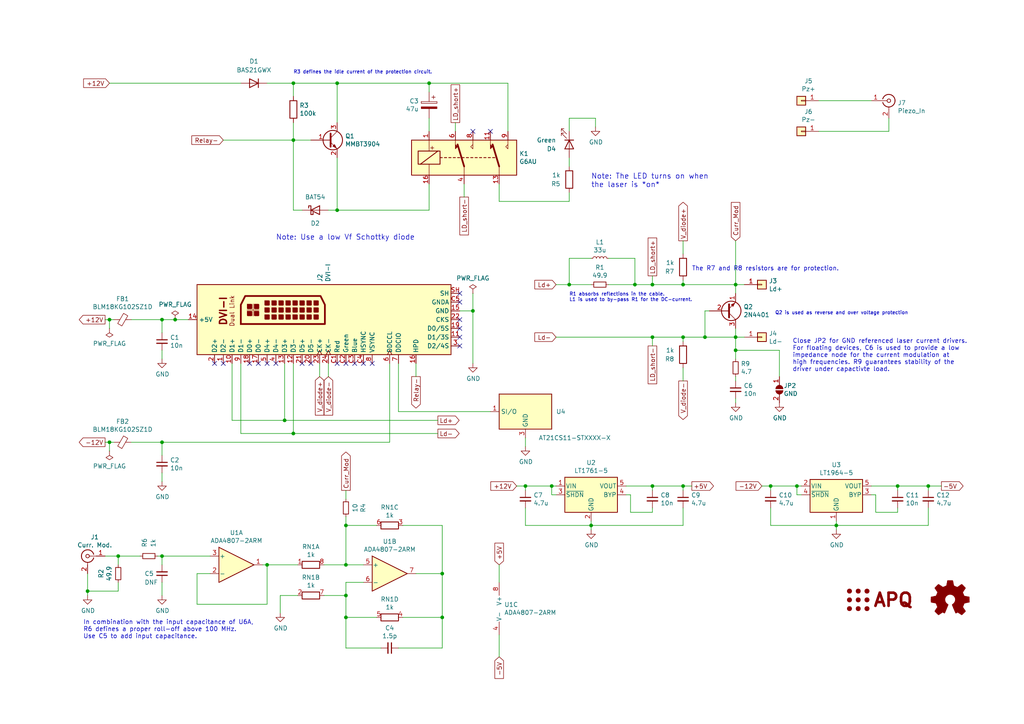
<source format=kicad_sch>
(kicad_sch (version 20211123) (generator eeschema)
  (paper "A4")
  (title_block (title "Laser Backplane Diode DVI") (date "2021-12-16") (rev "1.7") (company "APQ") (comment 1 "Tilman Preuschoff & Patrick Baus"))
  (lib_symbols
    (symbol "Amplifier_Operational:ADA4807-2ARM" (pin_names (offset 0.127))
      (property "Reference" "U" (at 0 5.08 0))
      (property "Value" "ADA4807-2ARM" (at 0 -5.08 0))
      (symbol "ADA4807-2ARM_1_1"
        (pin output line (at 7.62 0 180) (length 2.54) (name "~") (number "1"))
        (pin input line (at -7.62 -2.54 0) (length 2.54) (name "-") (number "2"))
        (pin input line (at -7.62 2.54 0) (length 2.54) (name "+") (number "3"))
      )
      (symbol "ADA4807-2ARM_2_1"
        (pin input line (at -7.62 2.54 0) (length 2.54) (name "+") (number "5"))
        (pin input line (at -7.62 -2.54 0) (length 2.54) (name "-") (number "6"))
        (pin output line (at 7.62 0 180) (length 2.54) (name "~") (number "7"))
      )
      (symbol "ADA4807-2ARM_3_1"
        (pin power_in line (at -2.54 -7.62 90) (length 3.81) (name "V-") (number "4"))
        (pin power_in line (at -2.54 7.62 270) (length 3.81) (name "V+") (number "8"))
      )
    )
    (symbol "Connector:Conn_Coaxial" (pin_names (offset 1.016) hide)
      (property "Reference" "J" (at 0.254 3.048 0))
      (property "Value" "Conn_Coaxial" (at 2.921 0 90))
      (symbol "Conn_Coaxial_1_1"
        (pin passive line (at -5.08 0 0) (length 2.54) (name "In") (number "1"))
        (pin passive line (at 0 -5.08 90) (length 2.54) (name "Ext") (number "2"))
      )
    )
    (symbol "Connector_Generic:Conn_01x01" (pin_names (offset 1.016) hide)
      (property "Reference" "J" (at 0 2.54 0))
      (property "Value" "Conn_01x01" (at 0 -2.54 0))
      (symbol "Conn_01x01_1_1"
        (pin passive line (at -5.08 0 0) (length 3.81) (name "Pin_1") (number "1"))
      )
    )
    (symbol "Custom_logos:Logo_APQ" (pin_names (offset 1.016))
      (symbol "Logo_APQ_0_0"
        (text "APQ" (at 17.78 0 0) (effects (font (size 3.81 3.81) bold)))
      )
    )
    (symbol "Device:C_Polarized" (pin_numbers hide) (pin_names (offset 0.254))
      (property "Reference" "C" (at 0.635 2.54 0))
      (property "Value" "C_Polarized" (at 0.635 -2.54 0))
      (symbol "C_Polarized_1_1"
        (pin passive line (at 0 3.81 270) (length 2.794) (name "~") (number "1"))
        (pin passive line (at 0 -3.81 90) (length 2.794) (name "~") (number "2"))
      )
    )
    (symbol "Device:C_Small" (pin_numbers hide) (pin_names (offset 0.254) hide)
      (property "Reference" "C" (at 0.254 1.778 0))
      (property "Value" "C_Small" (at 0.254 -2.032 0))
      (symbol "C_Small_1_1"
        (pin passive line (at 0 2.54 270) (length 2.032) (name "~") (number "1"))
        (pin passive line (at 0 -2.54 90) (length 2.032) (name "~") (number "2"))
      )
    )
    (symbol "Device:D" (pin_numbers hide) (pin_names (offset 1.016) hide)
      (property "Reference" "D" (at 0 2.54 0))
      (property "Value" "D" (at 0 -2.54 0))
      (symbol "D_1_1"
        (pin passive line (at -3.81 0 0) (length 2.54) (name "K") (number "1"))
        (pin passive line (at 3.81 0 180) (length 2.54) (name "A") (number "2"))
      )
    )
    (symbol "Device:D_Schottky" (pin_numbers hide) (pin_names (offset 1.016) hide)
      (property "Reference" "D" (at 0 2.54 0))
      (property "Value" "D_Schottky" (at 0 -2.54 0))
      (symbol "D_Schottky_1_1"
        (pin passive line (at -3.81 0 0) (length 2.54) (name "K") (number "1"))
        (pin passive line (at 3.81 0 180) (length 2.54) (name "A") (number "2"))
      )
    )
    (symbol "Device:FerriteBead_Small" (pin_numbers hide) (pin_names (offset 0))
      (property "Reference" "FB" (at 1.905 1.27 0))
      (property "Value" "FerriteBead_Small" (at 1.905 -1.27 0))
      (symbol "FerriteBead_Small_1_1"
        (pin passive line (at 0 2.54 270) (length 1.27) (name "~") (number "1"))
        (pin passive line (at 0 -2.54 90) (length 1.27) (name "~") (number "2"))
      )
    )
    (symbol "Device:LED" (pin_numbers hide) (pin_names (offset 1.016) hide)
      (property "Reference" "D" (at 0 2.54 0))
      (property "Value" "LED" (at 0 -2.54 0))
      (symbol "LED_1_1"
        (pin passive line (at -3.81 0 0) (length 2.54) (name "K") (number "1"))
        (pin passive line (at 3.81 0 180) (length 2.54) (name "A") (number "2"))
      )
    )
    (symbol "Device:L_Small" (pin_numbers hide) (pin_names (offset 0.254) hide)
      (property "Reference" "L" (at 0.762 1.016 0))
      (property "Value" "L_Small" (at 0.762 -1.016 0))
      (symbol "L_Small_1_1"
        (pin passive line (at 0 2.54 270) (length 0.508) (name "~") (number "1"))
        (pin passive line (at 0 -2.54 90) (length 0.508) (name "~") (number "2"))
      )
    )
    (symbol "Device:Q_NPN_EBC" (pin_names (offset 0) hide)
      (property "Reference" "Q" (at 5.08 1.27 0))
      (property "Value" "Q_NPN_EBC" (at 5.08 -1.27 0))
      (symbol "Q_NPN_EBC_1_1"
        (pin passive line (at 2.54 -5.08 90) (length 2.54) (name "E") (number "1"))
        (pin passive line (at -5.08 0 0) (length 5.715) (name "B") (number "2"))
        (pin passive line (at 2.54 5.08 270) (length 2.54) (name "C") (number "3"))
      )
    )
    (symbol "Device:R" (pin_numbers hide) (pin_names (offset 0))
      (property "Reference" "R" (at 2.032 0 90))
      (property "Value" "R" (at 0 0 90))
      (symbol "R_1_1"
        (pin passive line (at 0 3.81 270) (length 1.27) (name "~") (number "1"))
        (pin passive line (at 0 -3.81 90) (length 1.27) (name "~") (number "2"))
      )
    )
    (symbol "Device:R_Pack04_Split" (pin_names (offset 0) hide)
      (property "Reference" "RN" (at 2.032 0 90))
      (property "Value" "R_Pack04_Split" (at 0 0 90))
      (symbol "R_Pack04_Split_1_1"
        (pin passive line (at 0 -3.81 90) (length 1.27) (name "R1.1") (number "1"))
        (pin passive line (at 0 3.81 270) (length 1.27) (name "R1.2") (number "8"))
      )
      (symbol "R_Pack04_Split_2_1"
        (pin passive line (at 0 -3.81 90) (length 1.27) (name "R2.1") (number "2"))
        (pin passive line (at 0 3.81 270) (length 1.27) (name "R2.2") (number "7"))
      )
      (symbol "R_Pack04_Split_3_1"
        (pin passive line (at 0 -3.81 90) (length 1.27) (name "R3.1") (number "3"))
        (pin passive line (at 0 3.81 270) (length 1.27) (name "R3.2") (number "6"))
      )
      (symbol "R_Pack04_Split_4_1"
        (pin passive line (at 0 -3.81 90) (length 1.27) (name "R4.1") (number "4"))
        (pin passive line (at 0 3.81 270) (length 1.27) (name "R4.2") (number "5"))
      )
    )
    (symbol "Device:R_Small" (pin_numbers hide) (pin_names (offset 0.254) hide)
      (property "Reference" "R" (at 0.762 0.508 0))
      (property "Value" "R_Small" (at 0.762 -1.016 0))
      (symbol "R_Small_1_1"
        (pin passive line (at 0 2.54 270) (length 0.762) (name "~") (number "1"))
        (pin passive line (at 0 -2.54 90) (length 0.762) (name "~") (number "2"))
      )
    )
    (symbol "Graphic:Logo_Open_Hardware_Small" (pin_names (offset 1.016)))
    (symbol "Jumper:SolderJumper_2_Open" (pin_names (offset 0) hide)
      (property "Reference" "JP" (at 0 2.032 0))
      (property "Value" "SolderJumper_2_Open" (at 0 -2.54 0))
      (symbol "SolderJumper_2_Open_1_1"
        (pin passive line (at -3.81 0 0) (length 2.54) (name "A") (number "1"))
        (pin passive line (at 3.81 0 180) (length 2.54) (name "B") (number "2"))
      )
    )
    (symbol "Microchip:AT21CS11-STXXXX-X"
      (property "Reference" "U" (at -7.62 6.35 0))
      (property "Value" "AT21CS11-STXXXX-X" (at 2.54 -6.35 0))
      (symbol "AT21CS11-STXXXX-X_1_1"
        (pin bidirectional line (at 10.16 0 180) (length 2.54) (name "SI/O") (number "1"))
        (pin no_connect line (at 10.16 -2.54 180) (length 2.54) hide (name "~") (number "2"))
        (pin power_in line (at 0 -7.62 90) (length 2.54) (name "GND") (number "3"))
      )
    )
    (symbol "Molex:DVI-I"
      (property "Reference" "J" (at -6.35 26.67 0))
      (property "Value" "DVI-I" (at 10.16 26.67 0))
      (symbol "DVI-I_0_0"
        (text "Dual Link" (at 2.54 15.24 0) (effects (font (size 1.27 1.27))))
        (text "DVI-I" (at 2.54 17.78 0) (effects (font (size 2.032 2.032) bold)))
      )
      (symbol "DVI-I_1_1"
        (pin passive line (at -12.7 17.78 0) (length 2.54) (name "D2-") (number "1"))
        (pin passive line (at -12.7 15.24 0) (length 2.54) (name "D1+") (number "10"))
        (pin power_in line (at -5.08 -50.8 90) (length 2.54) (name "D1/3S") (number "11"))
        (pin passive line (at -12.7 -2.54 0) (length 2.54) (name "D3-") (number "12"))
        (pin passive line (at -12.7 0 0) (length 2.54) (name "D3+") (number "13"))
        (pin power_in line (at 0 27.94 270) (length 2.54) (name "+5V") (number "14"))
        (pin power_in line (at 2.54 -50.8 90) (length 2.54) (name "GND") (number "15"))
        (pin passive line (at -12.7 -38.1 0) (length 2.54) (name "HPD") (number "16"))
        (pin passive line (at -12.7 7.62 0) (length 2.54) (name "D0-") (number "17"))
        (pin passive line (at -12.7 10.16 0) (length 2.54) (name "D0+") (number "18"))
        (pin power_in line (at -2.54 -50.8 90) (length 2.54) (name "D0/5S") (number "19"))
        (pin passive line (at -12.7 20.32 0) (length 2.54) (name "D2+") (number "2"))
        (pin passive line (at -12.7 -7.62 0) (length 2.54) (name "D5-") (number "20"))
        (pin passive line (at -12.7 -5.08 0) (length 2.54) (name "D5+") (number "21"))
        (pin power_in line (at 0 -50.8 90) (length 2.54) (name "CKS") (number "22"))
        (pin passive clock (at -12.7 -10.16 0) (length 2.54) (name "CK+") (number "23"))
        (pin passive clock (at -12.7 -12.7 0) (length 2.54) (name "CK-") (number "24"))
        (pin power_in line (at -7.62 -50.8 90) (length 2.54) (name "D2/4S") (number "3"))
        (pin passive line (at -12.7 2.54 0) (length 2.54) (name "D4-") (number "4"))
        (pin passive line (at -12.7 5.08 0) (length 2.54) (name "D4+") (number "5"))
        (pin passive clock (at -12.7 -30.48 0) (length 2.54) (name "DDCCL") (number "6"))
        (pin bidirectional line (at -12.7 -33.02 0) (length 2.54) (name "DDCIO") (number "7"))
        (pin passive line (at -12.7 -25.4 0) (length 2.54) (name "VSYNC") (number "8"))
        (pin passive line (at -12.7 12.7 0) (length 2.54) (name "D1-") (number "9"))
        (pin passive line (at -12.7 -15.24 0) (length 2.54) (name "Red") (number "C1"))
        (pin passive line (at -12.7 -17.78 0) (length 2.54) (name "Green") (number "C2"))
        (pin passive line (at -12.7 -20.32 0) (length 2.54) (name "Blue") (number "C3"))
        (pin passive line (at -12.7 -22.86 0) (length 2.54) (name "HSYNC") (number "C4"))
        (pin power_in line (at 5.08 -50.8 90) (length 2.54) (name "GNDA") (number "C5"))
        (pin passive line (at 7.62 -50.8 90) (length 2.54) (name "SH") (number "SH"))
      )
    )
    (symbol "Omron_G6AU:G6AU"
      (property "Reference" "K" (at 16.51 3.81 0))
      (property "Value" "G6AU" (at 16.51 1.27 0))
      (symbol "G6AU_0_0"
        (text "+" (at -9.271 2.921 0) (effects (font (size 1.27 1.27))))
      )
      (symbol "G6AU_1_1"
        (pin passive line (at -10.16 7.62 270) (length 2.54) (name "~") (number "1"))
        (pin passive line (at 7.62 7.62 270) (length 2.54) (name "~") (number "11"))
        (pin passive line (at 10.16 -7.62 90) (length 2.54) (name "~") (number "13"))
        (pin passive line (at -10.16 -7.62 90) (length 2.54) (name "~") (number "16"))
        (pin passive line (at 0 -7.62 90) (length 2.54) (name "~") (number "4"))
        (pin passive line (at -2.54 7.62 270) (length 2.54) (name "~") (number "6"))
        (pin passive line (at 2.54 7.62 270) (length 2.54) (name "~") (number "8"))
        (pin passive line (at 12.7 7.62 270) (length 2.54) (name "~") (number "9"))
      )
    )
    (symbol "Regulator_Linear:LT1761-5" (pin_names (offset 0.254))
      (property "Reference" "U" (at -6.35 6.35 0))
      (property "Value" "LT1761-5" (at 0 6.35 0))
      (symbol "LT1761-5_1_1"
        (pin power_in line (at -10.16 2.54 0) (length 2.54) (name "VIN") (number "1"))
        (pin power_in line (at 0 -7.62 90) (length 2.54) (name "GND") (number "2"))
        (pin input line (at -10.16 0 0) (length 2.54) (name "~{SHDN}") (number "3"))
        (pin passive line (at 10.16 0 180) (length 2.54) (name "BYP") (number "4"))
        (pin power_out line (at 10.16 2.54 180) (length 2.54) (name "VOUT") (number "5"))
      )
    )
    (symbol "Regulator_Linear:LT1964-5" (pin_names (offset 0.254))
      (property "Reference" "U" (at -6.35 -5.715 0))
      (property "Value" "LT1964-5" (at 0 -5.715 0))
      (symbol "LT1964-5_1_1"
        (pin power_in line (at 0 7.62 270) (length 2.54) (name "GND") (number "1"))
        (pin power_in line (at -10.16 -2.54 0) (length 2.54) (name "VIN") (number "2"))
        (pin passive line (at 10.16 0 180) (length 2.54) (name "BYP") (number "3"))
        (pin input line (at -10.16 0 0) (length 2.54) (name "~{SHDN}") (number "4"))
        (pin power_out line (at 10.16 -2.54 180) (length 2.54) (name "VOUT") (number "5"))
      )
    )
    (symbol "Transistor_BJT:MMBT3904" (pin_names (offset 0) hide)
      (property "Reference" "Q" (at 5.08 1.905 0))
      (property "Value" "MMBT3904" (at 5.08 0 0))
      (symbol "MMBT3904_1_1"
        (pin input line (at -5.08 0 0) (length 5.715) (name "B") (number "1"))
        (pin passive line (at 2.54 -5.08 90) (length 2.54) (name "E") (number "2"))
        (pin passive line (at 2.54 5.08 270) (length 2.54) (name "C") (number "3"))
      )
    )
    (symbol "power:GND" (power) (pin_names (offset 0))
      (property "Value" "GND" (at 0 -3.81 0))
      (symbol "GND_1_1"
        (pin power_in line (at 0 0 270) (length 0) hide (name "GND") (number "1"))
      )
    )
    (symbol "power:PWR_FLAG" (power) (pin_numbers hide) (pin_names (offset 0) hide)
      (property "Value" "PWR_FLAG" (at 0 3.81 0))
      (symbol "PWR_FLAG_0_0"
        (pin power_out line (at 0 0 90) (length 0) (name "pwr") (number "1"))
      )
    )
  )
  (junction (at 85.09 125.73))
  (junction (at 198.12 82.55))
  (junction (at 100.33 152.4))
  (junction (at 100.33 172.72))
  (junction (at 223.52 140.97))
  (junction (at 231.14 140.97))
  (junction (at 198.12 140.97))
  (junction (at 189.23 82.55))
  (junction (at 269.24 140.97))
  (junction (at 260.35 140.97))
  (junction (at 213.36 101.6))
  (junction (at 31.75 128.27))
  (junction (at 31.75 92.71))
  (junction (at 25.4 171.45))
  (junction (at 77.47 163.83))
  (junction (at 128.27 166.37))
  (junction (at 97.79 60.96))
  (junction (at 204.47 97.79))
  (junction (at 213.36 82.55))
  (junction (at 100.33 163.83))
  (junction (at 184.15 82.55))
  (junction (at 128.27 179.07))
  (junction (at 189.23 140.97))
  (junction (at 124.46 24.13))
  (junction (at 50.8 92.71))
  (junction (at 152.4 140.97))
  (junction (at 213.36 97.79))
  (junction (at 85.09 40.64))
  (junction (at 97.79 24.13))
  (junction (at 160.02 140.97))
  (junction (at 171.45 152.4))
  (junction (at 46.99 161.29))
  (junction (at 46.99 92.71))
  (junction (at 137.16 90.17))
  (junction (at 82.55 121.92))
  (junction (at 189.23 97.79))
  (junction (at 165.1 82.55))
  (junction (at 242.57 152.4))
  (junction (at 85.09 24.13))
  (junction (at 100.33 179.07))
  (junction (at 34.29 161.29))
  (junction (at 198.12 97.79))
  (junction (at 46.99 128.27))
  (no_connect (at 62.23 105.41))
  (no_connect (at 97.79 105.41))
  (no_connect (at 133.35 100.33))
  (no_connect (at 102.87 105.41))
  (no_connect (at 74.93 105.41))
  (no_connect (at 133.35 87.63))
  (no_connect (at 72.39 105.41))
  (no_connect (at 137.16 38.1))
  (no_connect (at 105.41 105.41))
  (no_connect (at 90.17 105.41))
  (no_connect (at 80.01 105.41))
  (no_connect (at 64.77 105.41))
  (no_connect (at 133.35 85.09))
  (no_connect (at 133.35 95.25))
  (no_connect (at 133.35 97.79))
  (no_connect (at 100.33 105.41))
  (no_connect (at 87.63 105.41))
  (no_connect (at 133.35 92.71))
  (no_connect (at 107.95 105.41))
  (no_connect (at 142.24 38.1))
  (no_connect (at 77.47 105.41))
  (wire (pts (xy 165.1 58.42) (xy 165.1 55.88)))
  (wire (pts (xy 176.53 82.55) (xy 184.15 82.55)))
  (wire (pts (xy 171.45 152.4) (xy 198.12 152.4)))
  (wire (pts (xy 46.99 128.27) (xy 113.03 128.27)))
  (wire (pts (xy 124.46 24.13) (xy 124.46 26.67)))
  (wire (pts (xy 242.57 152.4) (xy 223.52 152.4)))
  (wire (pts (xy 81.28 177.8) (xy 81.28 172.72)))
  (wire (pts (xy 31.75 95.25) (xy 31.75 92.71)))
  (wire (pts (xy 31.75 128.27) (xy 33.02 128.27)))
  (wire (pts (xy 85.09 105.41) (xy 85.09 125.73)))
  (wire (pts (xy 147.32 24.13) (xy 147.32 38.1)))
  (wire (pts (xy 165.1 74.93) (xy 171.45 74.93)))
  (wire (pts (xy 257.81 38.1) (xy 257.81 34.29)))
  (wire (pts (xy 171.45 151.13) (xy 171.45 152.4)))
  (wire (pts (xy 128.27 166.37) (xy 120.65 166.37)))
  (wire (pts (xy 204.47 97.79) (xy 213.36 97.79)))
  (wire (pts (xy 57.15 166.37) (xy 57.15 175.26)))
  (wire (pts (xy 134.62 53.34) (xy 134.62 57.15)))
  (wire (pts (xy 34.29 161.29) (xy 40.64 161.29)))
  (wire (pts (xy 85.09 35.56) (xy 85.09 40.64)))
  (wire (pts (xy 189.23 142.24) (xy 189.23 140.97)))
  (wire (pts (xy 198.12 99.06) (xy 198.12 97.79)))
  (wire (pts (xy 100.33 163.83) (xy 100.33 152.4)))
  (wire (pts (xy 30.48 161.29) (xy 34.29 161.29)))
  (wire (pts (xy 100.33 172.72) (xy 100.33 179.07)))
  (wire (pts (xy 269.24 140.97) (xy 269.24 142.24)))
  (wire (pts (xy 176.53 74.93) (xy 184.15 74.93)))
  (wire (pts (xy 97.79 60.96) (xy 124.46 60.96)))
  (wire (pts (xy 34.29 163.83) (xy 34.29 161.29)))
  (wire (pts (xy 198.12 73.66) (xy 198.12 69.85)))
  (wire (pts (xy 113.03 105.41) (xy 113.03 128.27)))
  (wire (pts (xy 100.33 149.86) (xy 100.33 152.4)))
  (wire (pts (xy 152.4 140.97) (xy 152.4 142.24)))
  (wire (pts (xy 128.27 166.37) (xy 128.27 179.07)))
  (wire (pts (xy 213.36 97.79) (xy 213.36 101.6)))
  (wire (pts (xy 109.22 179.07) (xy 100.33 179.07)))
  (wire (pts (xy 30.48 92.71) (xy 31.75 92.71)))
  (wire (pts (xy 46.99 139.7) (xy 46.99 137.16)))
  (wire (pts (xy 124.46 34.29) (xy 124.46 38.1)))
  (wire (pts (xy 165.1 82.55) (xy 161.29 82.55)))
  (wire (pts (xy 57.15 175.26) (xy 77.47 175.26)))
  (wire (pts (xy 95.25 109.22) (xy 95.25 105.41)))
  (wire (pts (xy 105.41 168.91) (xy 100.33 168.91)))
  (wire (pts (xy 160.02 143.51) (xy 160.02 140.97)))
  (wire (pts (xy 231.14 140.97) (xy 223.52 140.97)))
  (wire (pts (xy 171.45 152.4) (xy 171.45 153.67)))
  (wire (pts (xy 213.36 116.84) (xy 213.36 115.57)))
  (wire (pts (xy 254 148.59) (xy 260.35 148.59)))
  (wire (pts (xy 46.99 104.14) (xy 46.99 101.6)))
  (wire (pts (xy 223.52 140.97) (xy 223.52 142.24)))
  (wire (pts (xy 161.29 143.51) (xy 160.02 143.51)))
  (wire (pts (xy 30.48 128.27) (xy 31.75 128.27)))
  (wire (pts (xy 165.1 82.55) (xy 165.1 74.93)))
  (wire (pts (xy 269.24 152.4) (xy 269.24 147.32)))
  (wire (pts (xy 189.23 140.97) (xy 198.12 140.97)))
  (wire (pts (xy 77.47 175.26) (xy 77.47 163.83)))
  (wire (pts (xy 100.33 168.91) (xy 100.33 172.72)))
  (wire (pts (xy 165.1 34.29) (xy 165.1 38.1)))
  (wire (pts (xy 128.27 152.4) (xy 128.27 166.37)))
  (wire (pts (xy 198.12 152.4) (xy 198.12 147.32)))
  (wire (pts (xy 31.75 130.81) (xy 31.75 128.27)))
  (wire (pts (xy 85.09 24.13) (xy 85.09 27.94)))
  (wire (pts (xy 115.57 187.96) (xy 128.27 187.96)))
  (wire (pts (xy 97.79 60.96) (xy 97.79 45.72)))
  (wire (pts (xy 85.09 40.64) (xy 90.17 40.64)))
  (wire (pts (xy 165.1 48.26) (xy 165.1 45.72)))
  (wire (pts (xy 198.12 110.49) (xy 198.12 106.68)))
  (wire (pts (xy 46.99 92.71) (xy 50.8 92.71)))
  (wire (pts (xy 100.33 179.07) (xy 100.33 187.96)))
  (wire (pts (xy 213.36 82.55) (xy 213.36 69.85)))
  (wire (pts (xy 100.33 187.96) (xy 110.49 187.96)))
  (wire (pts (xy 100.33 172.72) (xy 93.98 172.72)))
  (wire (pts (xy 213.36 95.25) (xy 213.36 97.79)))
  (wire (pts (xy 77.47 24.13) (xy 85.09 24.13)))
  (wire (pts (xy 92.71 109.22) (xy 92.71 105.41)))
  (wire (pts (xy 127 121.92) (xy 82.55 121.92)))
  (wire (pts (xy 254 143.51) (xy 254 148.59)))
  (wire (pts (xy 144.78 163.83) (xy 144.78 168.91)))
  (wire (pts (xy 260.35 148.59) (xy 260.35 147.32)))
  (wire (pts (xy 137.16 90.17) (xy 137.16 105.41)))
  (wire (pts (xy 198.12 81.28) (xy 198.12 82.55)))
  (wire (pts (xy 46.99 96.52) (xy 46.99 92.71)))
  (wire (pts (xy 242.57 152.4) (xy 242.57 153.67)))
  (wire (pts (xy 124.46 24.13) (xy 147.32 24.13)))
  (wire (pts (xy 223.52 152.4) (xy 223.52 147.32)))
  (wire (pts (xy 213.36 101.6) (xy 226.06 101.6)))
  (wire (pts (xy 204.47 90.17) (xy 204.47 97.79)))
  (wire (pts (xy 87.63 60.96) (xy 85.09 60.96)))
  (wire (pts (xy 124.46 60.96) (xy 124.46 53.34)))
  (wire (pts (xy 25.4 171.45) (xy 34.29 171.45)))
  (wire (pts (xy 149.86 140.97) (xy 152.4 140.97)))
  (wire (pts (xy 115.57 105.41) (xy 115.57 119.38)))
  (wire (pts (xy 189.23 97.79) (xy 198.12 97.79)))
  (wire (pts (xy 132.08 35.56) (xy 132.08 38.1)))
  (wire (pts (xy 38.1 128.27) (xy 46.99 128.27)))
  (wire (pts (xy 213.36 82.55) (xy 215.9 82.55)))
  (wire (pts (xy 182.88 148.59) (xy 189.23 148.59)))
  (wire (pts (xy 144.78 58.42) (xy 165.1 58.42)))
  (wire (pts (xy 213.36 82.55) (xy 198.12 82.55)))
  (wire (pts (xy 67.31 105.41) (xy 67.31 121.92)))
  (wire (pts (xy 213.36 97.79) (xy 215.9 97.79)))
  (wire (pts (xy 220.98 140.97) (xy 223.52 140.97)))
  (wire (pts (xy 231.14 143.51) (xy 231.14 140.97)))
  (wire (pts (xy 128.27 187.96) (xy 128.27 179.07)))
  (wire (pts (xy 152.4 152.4) (xy 152.4 147.32)))
  (wire (pts (xy 97.79 24.13) (xy 124.46 24.13)))
  (wire (pts (xy 100.33 152.4) (xy 109.22 152.4)))
  (wire (pts (xy 116.84 152.4) (xy 128.27 152.4)))
  (wire (pts (xy 252.73 29.21) (xy 237.49 29.21)))
  (wire (pts (xy 269.24 140.97) (xy 273.05 140.97)))
  (wire (pts (xy 93.98 163.83) (xy 100.33 163.83)))
  (wire (pts (xy 152.4 129.54) (xy 152.4 127)))
  (wire (pts (xy 189.23 82.55) (xy 198.12 82.55)))
  (wire (pts (xy 38.1 92.71) (xy 46.99 92.71)))
  (wire (pts (xy 189.23 80.01) (xy 189.23 82.55)))
  (wire (pts (xy 60.96 166.37) (xy 57.15 166.37)))
  (wire (pts (xy 25.4 166.37) (xy 25.4 171.45)))
  (wire (pts (xy 198.12 140.97) (xy 200.66 140.97)))
  (wire (pts (xy 82.55 105.41) (xy 82.55 121.92)))
  (wire (pts (xy 85.09 24.13) (xy 97.79 24.13)))
  (wire (pts (xy 189.23 97.79) (xy 161.29 97.79)))
  (wire (pts (xy 160.02 140.97) (xy 152.4 140.97)))
  (wire (pts (xy 115.57 119.38) (xy 142.24 119.38)))
  (wire (pts (xy 50.8 92.71) (xy 54.61 92.71)))
  (wire (pts (xy 213.36 110.49) (xy 213.36 109.22)))
  (wire (pts (xy 232.41 143.51) (xy 231.14 143.51)))
  (wire (pts (xy 182.88 143.51) (xy 182.88 148.59)))
  (wire (pts (xy 31.75 24.13) (xy 69.85 24.13)))
  (wire (pts (xy 67.31 121.92) (xy 82.55 121.92)))
  (wire (pts (xy 120.65 105.41) (xy 120.65 109.22)))
  (wire (pts (xy 144.78 53.34) (xy 144.78 58.42)))
  (wire (pts (xy 260.35 140.97) (xy 269.24 140.97)))
  (wire (pts (xy 260.35 142.24) (xy 260.35 140.97)))
  (wire (pts (xy 31.75 92.71) (xy 33.02 92.71)))
  (wire (pts (xy 184.15 74.93) (xy 184.15 82.55)))
  (wire (pts (xy 85.09 40.64) (xy 64.77 40.64)))
  (wire (pts (xy 97.79 24.13) (xy 97.79 35.56)))
  (wire (pts (xy 81.28 172.72) (xy 86.36 172.72)))
  (wire (pts (xy 100.33 142.24) (xy 100.33 144.78)))
  (wire (pts (xy 205.74 90.17) (xy 204.47 90.17)))
  (wire (pts (xy 161.29 140.97) (xy 160.02 140.97)))
  (wire (pts (xy 237.49 38.1) (xy 257.81 38.1)))
  (wire (pts (xy 252.73 140.97) (xy 260.35 140.97)))
  (wire (pts (xy 232.41 140.97) (xy 231.14 140.97)))
  (wire (pts (xy 85.09 40.64) (xy 85.09 60.96)))
  (wire (pts (xy 172.72 34.29) (xy 172.72 36.83)))
  (wire (pts (xy 137.16 85.09) (xy 137.16 90.17)))
  (wire (pts (xy 242.57 152.4) (xy 269.24 152.4)))
  (wire (pts (xy 171.45 152.4) (xy 152.4 152.4)))
  (wire (pts (xy 100.33 163.83) (xy 105.41 163.83)))
  (wire (pts (xy 184.15 82.55) (xy 189.23 82.55)))
  (wire (pts (xy 77.47 163.83) (xy 86.36 163.83)))
  (wire (pts (xy 204.47 97.79) (xy 198.12 97.79)))
  (wire (pts (xy 34.29 171.45) (xy 34.29 168.91)))
  (wire (pts (xy 252.73 143.51) (xy 254 143.51)))
  (wire (pts (xy 46.99 161.29) (xy 60.96 161.29)))
  (wire (pts (xy 46.99 132.08) (xy 46.99 128.27)))
  (wire (pts (xy 116.84 179.07) (xy 128.27 179.07)))
  (wire (pts (xy 181.61 143.51) (xy 182.88 143.51)))
  (wire (pts (xy 46.99 172.72) (xy 46.99 168.91)))
  (wire (pts (xy 226.06 101.6) (xy 226.06 109.22)))
  (wire (pts (xy 76.2 163.83) (xy 77.47 163.83)))
  (wire (pts (xy 189.23 148.59) (xy 189.23 147.32)))
  (wire (pts (xy 95.25 60.96) (xy 97.79 60.96)))
  (wire (pts (xy 69.85 125.73) (xy 85.09 125.73)))
  (wire (pts (xy 189.23 100.33) (xy 189.23 97.79)))
  (wire (pts (xy 242.57 151.13) (xy 242.57 152.4)))
  (wire (pts (xy 171.45 82.55) (xy 165.1 82.55)))
  (wire (pts (xy 213.36 85.09) (xy 213.36 82.55)))
  (wire (pts (xy 46.99 163.83) (xy 46.99 161.29)))
  (wire (pts (xy 69.85 105.41) (xy 69.85 125.73)))
  (wire (pts (xy 45.72 161.29) (xy 46.99 161.29)))
  (wire (pts (xy 213.36 101.6) (xy 213.36 104.14)))
  (wire (pts (xy 165.1 34.29) (xy 172.72 34.29)))
  (wire (pts (xy 198.12 140.97) (xy 198.12 142.24)))
  (wire (pts (xy 144.78 184.15) (xy 144.78 190.5)))
  (wire (pts (xy 181.61 140.97) (xy 189.23 140.97)))
  (wire (pts (xy 25.4 171.45) (xy 25.4 172.72)))
  (wire (pts (xy 133.35 90.17) (xy 137.16 90.17)))
  (wire (pts (xy 85.09 125.73) (xy 127 125.73)))
  (text "R3 defines the idle current of the protection circuit." (at 85.09 21.59 0) (effects (font (size 0.9906 0.9906)) (justify left bottom)))
  (text "Note: The LED turns on when\nthe laser is *on*" (at 171.45 54.61 0) (effects (font (size 1.524 1.524)) (justify left bottom)))
  (text "Close JP2 for GND referenced laser current drivers. \nFor floating devices, C6 is used to provide a low\nimpedance node for the current modulation at \nhigh frequencies. R9 guarantees stability of the \ndriver under capactivte load." (at 229.87 107.95 0) (effects (font (size 1.27 1.27)) (justify left bottom)))
  (text "R1 absorbs reflections in the cable.\nL1 is used to by-pass R1 for the DC-current. " (at 165.1 87.63 0) (effects (font (size 0.9906 0.9906)) (justify left bottom)))
  (text "In combination with the input capacitance of U6A,\nR6 defines a proper roll-off above 100 MHz. \nUse C5 to add input capacitance. " (at 24.13 185.42 0) (effects (font (size 1.27 1.27)) (justify left bottom)))
  (text "Q2 is used as reverse and over voltage protection" (at 224.79 91.44 0) (effects (font (size 0.9906 0.9906)) (justify left bottom)))
  (text "Note: Use a low Vf Schottky diode" (at 80.01 69.85 0) (effects (font (size 1.524 1.524)) (justify left bottom)))
  (text "The R7 and R8 resistors are for protection." (at 200.66 78.74 0) (effects (font (size 1.27 1.27)) (justify left bottom)))
  (global_label "-5V" (shape output) (at 273.05 140.97 0) (property "Intersheet References" "${INTERSHEET_REFS}" (effects hide)))
  (global_label "LD_short+" (shape passive) (at 132.08 35.56 90) (property "Intersheet References" "${INTERSHEET_REFS}" (effects hide)))
  (global_label "-12V" (shape output) (at 30.48 128.27 180) (property "Intersheet References" "${INTERSHEET_REFS}" (effects hide)))
  (global_label "Curr_Mod" (shape input) (at 213.36 69.85 90) (property "Intersheet References" "${INTERSHEET_REFS}" (effects hide)))
  (global_label "Curr_Mod" (shape output) (at 100.33 142.24 90) (property "Intersheet References" "${INTERSHEET_REFS}" (effects hide)))
  (global_label "Relay-" (shape output) (at 120.65 109.22 270) (property "Intersheet References" "${INTERSHEET_REFS}" (effects hide)))
  (global_label "+12V" (shape input) (at 31.75 24.13 180) (property "Intersheet References" "${INTERSHEET_REFS}" (effects hide)))
  (global_label "V_diode-" (shape input) (at 95.25 109.22 270) (property "Intersheet References" "${INTERSHEET_REFS}" (effects hide)))
  (global_label "+5V" (shape input) (at 144.78 163.83 90) (property "Intersheet References" "${INTERSHEET_REFS}" (effects hide)))
  (global_label "+12V" (shape output) (at 30.48 92.71 180) (property "Intersheet References" "${INTERSHEET_REFS}" (effects hide)))
  (global_label "Ld-" (shape input) (at 161.29 97.79 180) (property "Intersheet References" "${INTERSHEET_REFS}" (effects hide)))
  (global_label "V_diode+" (shape input) (at 92.71 109.22 270) (property "Intersheet References" "${INTERSHEET_REFS}" (effects hide)))
  (global_label "V_diode-" (shape output) (at 198.12 110.49 270) (property "Intersheet References" "${INTERSHEET_REFS}" (effects hide)))
  (global_label "Relay-" (shape input) (at 64.77 40.64 180) (property "Intersheet References" "${INTERSHEET_REFS}" (effects hide)))
  (global_label "-5V" (shape input) (at 144.78 190.5 270) (property "Intersheet References" "${INTERSHEET_REFS}" (effects hide)))
  (global_label "LD_short-" (shape passive) (at 134.62 57.15 270) (property "Intersheet References" "${INTERSHEET_REFS}" (effects hide)))
  (global_label "-12V" (shape input) (at 220.98 140.97 180) (property "Intersheet References" "${INTERSHEET_REFS}" (effects hide)))
  (global_label "+5V" (shape output) (at 200.66 140.97 0) (property "Intersheet References" "${INTERSHEET_REFS}" (effects hide)))
  (global_label "V_diode+" (shape output) (at 198.12 69.85 90) (property "Intersheet References" "${INTERSHEET_REFS}" (effects hide)))
  (global_label "LD_short-" (shape passive) (at 189.23 100.33 270) (property "Intersheet References" "${INTERSHEET_REFS}" (effects hide)))
  (global_label "Ld-" (shape output) (at 127 125.73 0) (property "Intersheet References" "${INTERSHEET_REFS}" (effects hide)))
  (global_label "+12V" (shape input) (at 149.86 140.97 180) (property "Intersheet References" "${INTERSHEET_REFS}" (effects hide)))
  (global_label "Ld+" (shape input) (at 161.29 82.55 180) (property "Intersheet References" "${INTERSHEET_REFS}" (effects hide)))
  (global_label "LD_short+" (shape passive) (at 189.23 80.01 90) (property "Intersheet References" "${INTERSHEET_REFS}" (effects hide)))
  (global_label "Ld+" (shape output) (at 127 121.92 0) (property "Intersheet References" "${INTERSHEET_REFS}" (effects hide)))
  (symbol (lib_id "Device:C_Polarized") (at 124.46 30.48 0) (mirror y) (unit 1)
    (property "Reference" "C3" (at 121.4628 29.3116 0) (effects (justify left)))
    (property "Value" "47u" (at 121.4628 31.623 0) (effects (justify left)))
    (property "Footprint" "Capacitor_THT:CP_Radial_D5.0mm_P2.00mm" (effects hide))
    (property "MFN" "Nichicon" (effects hide))
    (property "PN" "UHV1V470MDD" (effects hide))
  )
  (symbol (lib_id "Device:R") (at 85.09 31.75 0) (unit 1)
    (property "Reference" "R3" (at 86.868 30.5816 0) (effects (justify left)))
    (property "Value" "100k" (at 86.868 32.893 0) (effects (justify left)))
    (property "Footprint" "Resistor_SMD:R_0603_1608Metric" (effects hide))
    (property "MFN" "Susumu" (effects hide))
    (property "PN" "RR0816P-104-D" (effects hide))
  )
  (symbol (lib_id "Device:D_Schottky") (at 91.44 60.96 0) (unit 1)
    (property "Reference" "D2" (at 91.44 64.77 0))
    (property "Value" "BAT54" (at 91.44 57.15 0))
    (property "Footprint" "Diode_SMD:D_SOT-23_ANK" (effects hide))
    (property "MFN" "STMicroelectronics" (effects hide))
    (property "PN" "BAT54SFILMY" (effects hide))
    (property "Note" "Use a low Vf Schottky" (effects hide))
  )
  (symbol (lib_id "Device:R") (at 165.1 52.07 180)
    (property "Reference" "R5" (at 162.56 53.34 0) (effects (justify left)))
    (property "Value" "1k" (at 162.56 50.8 0) (effects (justify left)))
    (property "Footprint" "Resistor_SMD:R_0603_1608Metric" (effects hide))
    (property "MFN" "Susumu" (effects hide))
    (property "PN" "RR0816P-102-D" (effects hide))
  )
  (symbol (lib_id "Device:LED") (at 165.1 41.91 270) (unit 1)
    (property "Reference" "D4" (at 161.29 43.18 90) (effects (justify right)))
    (property "Value" "Green" (at 161.29 40.64 90) (effects (justify right)))
    (property "Footprint" "LED_THT:LED_D3.0mm_FlatTop" (effects hide))
    (property "MFN" "Kingbright" (effects hide))
    (property "PN" "WP424GDT" (effects hide))
  )
  (symbol (lib_id "Device:D") (at 73.66 24.13 180)
    (property "Reference" "D1" (at 73.66 17.78 0))
    (property "Value" "BAS21GWX" (at 73.66 20.32 0))
    (property "Footprint" "Diode_SMD:D_SOD-123" (effects hide))
    (property "MFN" "Nexperia" (effects hide))
    (property "PN" "BAS21GWX" (effects hide))
  )
  (symbol (lib_id "Connector:Conn_Coaxial") (at 25.4 161.29 0) (mirror y) (unit 1)
    (property "Reference" "J1" (at 27.4828 155.7782 0))
    (property "Value" "Curr. Mod." (at 27.4828 158.0896 0))
    (property "Footprint" "Connector_Coaxial:SMA_Amphenol_901-144_Vertical" (effects hide))
    (property "Config" "DNF" (effects hide))
  )
  (symbol (lib_id "Device:R_Small") (at 34.29 166.37 0) (unit 1)
    (property "Reference" "R2" (at 29.3116 166.37 90))
    (property "Value" "49.9" (at 31.623 166.37 90))
    (property "Footprint" "Resistor_SMD:R_1210_3225Metric" (effects hide))
    (property "MFN" "Yageo" (effects hide))
    (property "PN" "RC1210FR-0749R9L" (effects hide))
  )
  (symbol (lib_id "Molex:DVI-I") (at 82.55 92.71 90) (unit 1)
    (property "Reference" "J2" (at 92.8116 81.788 0) (effects (justify left)))
    (property "Value" "DVI-I" (at 95.123 81.788 0) (effects (justify left)))
    (property "Footprint" "custom:DVI-I_Conn_Link_CDVI-F29VDG1-P1" (effects hide))
    (property "MFN" "Conn_Link" (effects hide))
    (property "PN" "CDVI-F29VDG1-P1" (effects hide))
  )
  (symbol (lib_id "Omron_G6AU:G6AU") (at 134.62 45.72 0) (unit 1)
    (property "Reference" "K1" (at 150.622 44.5516 0) (effects (justify left)))
    (property "Value" "G6AU" (at 150.622 46.863 0) (effects (justify left)))
    (property "Footprint" "custom:Relay_SPDT_OMRON-G6A" (effects hide))
    (property "MFN" "Omron" (effects hide))
    (property "PN" "G6AU-274P-ST-US-DC9" (effects hide))
  )
  (symbol (lib_id "power:GND") (at 137.16 105.41 0) (unit 1)
    (property "Reference" "#PWR0101" (effects hide))
    (property "Value" "GND" (at 137.287 109.8042 0))
  )
  (symbol (lib_id "Transistor_BJT:MMBT3904") (at 95.25 40.64 0) (unit 1)
    (property "Reference" "Q1" (at 100.1014 39.4716 0) (effects (justify left)))
    (property "Value" "MMBT3904" (at 100.1014 41.783 0) (effects (justify left)))
    (property "Footprint" "Package_TO_SOT_SMD:SOT-23" (effects hide))
    (property "Datasheet" "https://www.fairchildsemi.com/datasheets/2N/2N3904.pdf" (effects hide))
    (property "MFN" "Nexperia" (effects hide))
    (property "PN" "MMBT3904VL" (effects hide))
  )
  (symbol (lib_id "power:GND") (at 172.72 36.83 0) (unit 1)
    (property "Reference" "#PWR0102" (effects hide))
    (property "Value" "GND" (at 172.847 41.2242 0))
  )
  (symbol (lib_id "power:PWR_FLAG") (at 137.16 85.09 0) (unit 1)
    (property "Reference" "#FLG0101" (effects hide))
    (property "Value" "PWR_FLAG" (at 137.16 80.6958 0))
  )
  (symbol (lib_id "power:PWR_FLAG") (at 31.75 95.25 180) (unit 1)
    (property "Reference" "#FLG0102" (effects hide))
    (property "Value" "PWR_FLAG" (at 31.75 99.6442 0))
  )
  (symbol (lib_id "Device:R_Small") (at 173.99 82.55 270) (unit 1)
    (property "Reference" "R1" (at 173.99 77.5716 90))
    (property "Value" "49.9" (at 173.99 79.883 90))
    (property "Footprint" "Resistor_SMD:R_0603_1608Metric" (effects hide))
    (property "MFN" "Susumu" (effects hide))
    (property "PN" "RR0816Q-49R9-D-68R" (effects hide))
  )
  (symbol (lib_id "Connector:Conn_Coaxial") (at 257.81 29.21 0) (unit 1)
    (property "Reference" "J7" (at 260.35 29.845 0) (effects (justify left)))
    (property "Value" "Piezo_In" (at 260.35 32.1564 0) (effects (justify left)))
    (property "Footprint" "Connector_Coaxial:SMA_Amphenol_901-144_Vertical" (effects hide))
    (property "Datasheet" " ~" (effects hide))
    (property "Config" "DNF" (effects hide))
  )
  (symbol (lib_id "Connector_Generic:Conn_01x01") (at 232.41 29.21 180) (unit 1)
    (property "Reference" "J5" (at 234.4928 23.495 0))
    (property "Value" "Pz+" (at 234.4928 25.8064 0))
    (property "Footprint" "TestPoint:TestPoint_Keystone_5015_Micro-Minature" (effects hide))
    (property "Config" "DNF" (effects hide))
  )
  (symbol (lib_id "Connector_Generic:Conn_01x01") (at 232.41 38.1 180) (unit 1)
    (property "Reference" "J6" (at 234.4928 32.385 0))
    (property "Value" "Pz-" (at 234.4928 34.6964 0))
    (property "Footprint" "TestPoint:TestPoint_Keystone_5015_Micro-Minature" (effects hide))
    (property "Config" "DNF" (effects hide))
  )
  (symbol (lib_id "Connector_Generic:Conn_01x01") (at 220.98 82.55 0) (unit 1)
    (property "Reference" "J3" (at 223.012 81.4832 0) (effects (justify left)))
    (property "Value" "Ld+" (at 223.012 83.7946 0) (effects (justify left)))
    (property "Footprint" "Connector_Wire:SolderWirePad_1x01_Drill1mm" (effects hide))
    (property "Config" "DNF" (effects hide))
  )
  (symbol (lib_id "Connector_Generic:Conn_01x01") (at 220.98 97.79 0) (unit 1)
    (property "Reference" "J4" (at 223.012 96.7232 0) (effects (justify left)))
    (property "Value" "Ld-" (at 223.012 99.0346 0) (effects (justify left)))
    (property "Footprint" "TestPoint:TestPoint_Keystone_5019_Minature" (effects hide))
    (property "Config" "DNF" (effects hide))
  )
  (symbol (lib_id "Device:Q_NPN_EBC") (at 210.82 90.17 0) (mirror x) (unit 1)
    (property "Reference" "Q2" (at 215.646 89.0016 0) (effects (justify left)))
    (property "Value" "2N4401" (at 215.646 91.313 0) (effects (justify left)))
    (property "Footprint" "Package_TO_SOT_THT:TO-92_Inline_Horizontal1" (effects hide))
    (property "MFN" "ON Semiconductor" (effects hide))
    (property "PN" "2N4401BU" (effects hide))
  )
  (symbol (lib_id "Graphic:Logo_Open_Hardware_Small") (at 275.59 173.99 0) (unit 1)
    (property "Reference" "LOGO2" (effects hide))
    (property "Value" "Logo_Open_Hardware_Small" (effects hide))
    (property "Footprint" "Symbol:OSHW-Logo_7.5x8mm_SilkScreen" (effects hide))
    (property "Config" "DNF" (effects hide))
  )
  (symbol (lib_id "Custom_logos:Logo_APQ") (at 241.3 173.99 0) (unit 1)
    (property "Reference" "LOGO1" (effects hide))
    (property "Value" "Logo_APQ" (effects hide))
    (property "Footprint" "custom:APQ-Logo_small" (effects hide))
    (property "Config" "DNF" (effects hide))
  )
  (symbol (lib_id "Device:R") (at 198.12 77.47 180)
    (property "Reference" "R7" (at 195.58 78.74 0) (effects (justify left)))
    (property "Value" "1k" (at 195.58 76.2 0) (effects (justify left)))
    (property "Footprint" "Resistor_SMD:R_0603_1608Metric" (effects hide))
    (property "MFN" "Susumu" (effects hide))
    (property "PN" "RR0816P-102-D" (effects hide))
  )
  (symbol (lib_id "Device:R") (at 198.12 102.87 180)
    (property "Reference" "R8" (at 195.58 104.14 0) (effects (justify left)))
    (property "Value" "1k" (at 195.58 101.6 0) (effects (justify left)))
    (property "Footprint" "Resistor_SMD:R_0603_1608Metric" (effects hide))
    (property "MFN" "Susumu" (effects hide))
    (property "PN" "RR0816P-102-D" (effects hide))
  )
  (symbol (lib_id "Device:C_Small") (at 46.99 99.06 0) (unit 1)
    (property "Reference" "C1" (at 49.3268 97.8916 0) (effects (justify left)))
    (property "Value" "10n" (at 49.3268 100.203 0) (effects (justify left)))
    (property "Footprint" "Capacitor_SMD:C_0603_1608Metric" (effects hide))
    (property "MFN" "Kemet" (effects hide))
    (property "PN" "C0603C103K2RECAUTO " (effects hide))
  )
  (symbol (lib_id "power:GND") (at 46.99 104.14 0) (unit 1)
    (property "Reference" "#PWR0103" (effects hide))
    (property "Value" "GND" (at 47.117 108.5342 0))
  )
  (symbol (lib_id "Device:FerriteBead_Small") (at 35.56 92.71 270) (unit 1)
    (property "Reference" "FB1" (at 35.56 86.6902 90))
    (property "Value" "BLM18KG102SZ1D" (at 35.56 89.0016 90))
    (property "Footprint" "Inductor_SMD:L_0603_1608Metric" (effects hide))
    (property "MFN" "Murata " (effects hide))
    (property "PN" "BLM18KG102SZ1D" (effects hide))
  )
  (symbol (lib_id "power:GND") (at 25.4 172.72 0) (unit 1)
    (property "Reference" "#PWR0104" (effects hide))
    (property "Value" "GND" (at 25.527 177.1142 0))
  )
  (symbol (lib_id "power:PWR_FLAG") (at 31.75 130.81 180) (unit 1)
    (property "Reference" "#FLG0103" (effects hide))
    (property "Value" "PWR_FLAG" (at 31.75 135.2042 0))
  )
  (symbol (lib_id "Device:C_Small") (at 46.99 134.62 0) (unit 1)
    (property "Reference" "C2" (at 49.3268 133.4516 0) (effects (justify left)))
    (property "Value" "10n" (at 49.3268 135.763 0) (effects (justify left)))
    (property "Footprint" "Capacitor_SMD:C_0603_1608Metric" (effects hide))
    (property "MFN" "Kemet" (effects hide))
    (property "PN" "C0603C103K2RECAUTO " (effects hide))
  )
  (symbol (lib_id "power:GND") (at 46.99 139.7 0) (unit 1)
    (property "Reference" "#PWR0105" (effects hide))
    (property "Value" "GND" (at 47.117 144.0942 0))
  )
  (symbol (lib_id "Device:FerriteBead_Small") (at 35.56 128.27 270) (unit 1)
    (property "Reference" "FB2" (at 35.56 122.2502 90))
    (property "Value" "BLM18KG102SZ1D" (at 35.56 124.5616 90))
    (property "Footprint" "Inductor_SMD:L_0603_1608Metric" (effects hide))
    (property "MFN" "Murata " (effects hide))
    (property "PN" "BLM18KG102SZ1D" (effects hide))
  )
  (symbol (lib_id "Device:L_Small") (at 173.99 74.93 90) (unit 1)
    (property "Reference" "L1" (at 173.99 70.231 90))
    (property "Value" "33u" (at 173.99 72.5424 90))
    (property "Footprint" "custom:Coilcraft_XGL5050" (effects hide))
    (property "MFN" "Coilcraft" (effects hide))
    (property "PN" "XGL5050-333MEC" (effects hide))
  )
  (symbol (lib_id "Regulator_Linear:LT1761-5") (at 171.45 143.51 0) (unit 1)
    (property "Reference" "U2" (at 171.45 134.1882 0))
    (property "Value" "LT1761-5" (at 171.45 136.4996 0))
    (property "Footprint" "Package_TO_SOT_SMD:TSOT-23-5" (effects hide))
    (property "Datasheet" "https://www.analog.com/media/en/technical-documentation/data-sheets/1761sff.pdf" (effects hide))
    (property "MFN" "Linear Technology" (effects hide))
    (property "PN" "LT1761ES5-5#TRPBF" (effects hide))
  )
  (symbol (lib_id "Device:C_Small") (at 189.23 144.78 0) (unit 1)
    (property "Reference" "C8" (at 191.5668 143.6116 0) (effects (justify left)))
    (property "Value" "10n" (at 191.5668 145.923 0) (effects (justify left)))
    (property "Footprint" "Capacitor_SMD:C_0603_1608Metric" (effects hide))
    (property "MFN" "Murata Electronics" (effects hide))
    (property "PN" "GRM1885C1H103JA01J" (effects hide))
  )
  (symbol (lib_id "Device:C_Small") (at 152.4 144.78 0) (unit 1)
    (property "Reference" "C7" (at 154.7368 143.6116 0) (effects (justify left)))
    (property "Value" "4.7u" (at 154.7368 145.923 0) (effects (justify left)))
    (property "Footprint" "Capacitor_SMD:C_0805_2012Metric" (effects hide))
    (property "MFN" "Murata Electronics" (effects hide))
    (property "PN" "GRM21BR61H475KE51L" (effects hide))
  )
  (symbol (lib_id "Device:C_Small") (at 198.12 144.78 0) (unit 1)
    (property "Reference" "C9" (at 200.4568 143.6116 0) (effects (justify left)))
    (property "Value" "4.7u" (at 200.4568 145.923 0) (effects (justify left)))
    (property "Footprint" "Capacitor_SMD:C_0805_2012Metric" (effects hide))
    (property "MFN" "Murata Electronics" (effects hide))
    (property "PN" "GRM21BR61H475KE51L" (effects hide))
  )
  (symbol (lib_id "power:GND") (at 171.45 153.67 0) (unit 1)
    (property "Reference" "#PWR0106" (effects hide))
    (property "Value" "GND" (at 171.577 158.0642 0))
  )
  (symbol (lib_id "Device:C_Small") (at 260.35 144.78 0) (unit 1)
    (property "Reference" "C11" (at 262.6868 143.6116 0) (effects (justify left)))
    (property "Value" "10n" (at 262.6868 145.923 0) (effects (justify left)))
    (property "Footprint" "Capacitor_SMD:C_0603_1608Metric" (effects hide))
    (property "MFN" "Murata Electronics" (effects hide))
    (property "PN" "GRM1885C1H103JA01J" (effects hide))
  )
  (symbol (lib_id "Device:C_Small") (at 223.52 144.78 0) (unit 1)
    (property "Reference" "C10" (at 225.8568 143.6116 0) (effects (justify left)))
    (property "Value" "4.7u" (at 225.8568 145.923 0) (effects (justify left)))
    (property "Footprint" "Capacitor_SMD:C_0805_2012Metric" (effects hide))
    (property "MFN" "Murata Electronics" (effects hide))
    (property "PN" "GRM21BR61H475KE51L" (effects hide))
  )
  (symbol (lib_id "Device:C_Small") (at 269.24 144.78 0) (unit 1)
    (property "Reference" "C12" (at 271.5768 143.6116 0) (effects (justify left)))
    (property "Value" "4.7u" (at 271.5768 145.923 0) (effects (justify left)))
    (property "Footprint" "Capacitor_SMD:C_0805_2012Metric" (effects hide))
    (property "MFN" "Murata Electronics" (effects hide))
    (property "PN" "GRM21BR61H475KE51L" (effects hide))
  )
  (symbol (lib_id "power:GND") (at 242.57 153.67 0) (unit 1)
    (property "Reference" "#PWR0107" (effects hide))
    (property "Value" "GND" (at 242.697 158.0642 0))
  )
  (symbol (lib_id "Regulator_Linear:LT1964-5") (at 242.57 143.51 0) (mirror x) (unit 1)
    (property "Reference" "U3" (at 242.57 134.8232 0))
    (property "Value" "LT1964-5" (at 242.57 137.1346 0))
    (property "Footprint" "Package_TO_SOT_SMD:TSOT-23-5" (effects hide))
    (property "Datasheet" "https://www.analog.com/media/en/technical-documentation/data-sheets/1964fb.pdf" (effects hide))
    (property "MFN" "Linear Technology" (effects hide))
    (property "PN" "LT1964ES5-5#TRPBF" (effects hide))
  )
  (symbol (lib_id "Amplifier_Operational:ADA4807-2ARM") (at 68.58 163.83 0) (unit 1)
    (property "Reference" "U1" (at 68.58 154.5082 0))
    (property "Value" "ADA4807-2ARM" (at 68.58 156.8196 0))
    (property "Footprint" "custom:MSOP-8_3x3mm_P0.65mm_mod" (effects hide))
    (property "Datasheet" "https://www.analog.com/media/en/technical-documentation/data-sheets/ADA4807-1_4807-2_4807-4.pdf" (effects hide))
    (property "MFN" "Analog Devices" (effects hide))
    (property "PN" "ADA4807-2ARMZ" (effects hide))
  )
  (symbol (lib_id "Amplifier_Operational:ADA4807-2ARM") (at 113.03 166.37 0) (unit 2)
    (property "Reference" "U1" (at 113.03 157.0482 0))
    (property "Value" "ADA4807-2ARM" (at 113.03 159.3596 0))
    (property "Footprint" "custom:MSOP-8_3x3mm_P0.65mm_mod" (effects hide))
    (property "Datasheet" "https://www.analog.com/media/en/technical-documentation/data-sheets/ADA4807-1_4807-2_4807-4.pdf" (effects hide))
    (property "MFN" "Analog Devices" (effects hide))
    (property "PN" "ADA4807-2ARMZ" (effects hide))
  )
  (symbol (lib_id "Device:R_Pack04_Split") (at 90.17 163.83 270) (unit 1)
    (property "Reference" "RN1" (at 90.17 158.5722 90))
    (property "Value" "1k" (at 90.17 160.8836 90))
    (property "Footprint" "custom:MSOP-8_3x3mm_P0.65mm_mod" (effects hide))
    (property "MFN" "Vishay" (effects hide))
    (property "PN" "MORNTA1001AT5" (effects hide))
  )
  (symbol (lib_id "Device:R_Pack04_Split") (at 113.03 152.4 90) (mirror x) (unit 3)
    (property "Reference" "RN1" (at 113.03 147.1422 90))
    (property "Value" "1k" (at 113.03 149.4536 90))
    (property "Footprint" "custom:MSOP-8_3x3mm_P0.65mm_mod" (effects hide))
    (property "MFN" "Vishay" (effects hide))
    (property "PN" "MORNTA1001AT5" (effects hide))
  )
  (symbol (lib_id "Device:R_Pack04_Split") (at 113.03 179.07 90) (mirror x) (unit 4)
    (property "Reference" "RN1" (at 113.03 173.8122 90))
    (property "Value" "1k" (at 113.03 176.1236 90))
    (property "Footprint" "custom:MSOP-8_3x3mm_P0.65mm_mod" (effects hide))
    (property "MFN" "Vishay" (effects hide))
    (property "PN" "MORNTA1001AT5" (effects hide))
  )
  (symbol (lib_id "Device:R_Pack04_Split") (at 90.17 172.72 270) (unit 2)
    (property "Reference" "RN1" (at 90.17 167.4622 90))
    (property "Value" "1k" (at 90.17 169.7736 90))
    (property "Footprint" "custom:MSOP-8_3x3mm_P0.65mm_mod" (effects hide))
    (property "MFN" "Vishay" (effects hide))
    (property "PN" "MORNTA1001AT5" (effects hide))
  )
  (symbol (lib_id "Device:C_Small") (at 113.03 187.96 270) (unit 1)
    (property "Reference" "C4" (at 113.03 182.1434 90))
    (property "Value" "1.5p" (at 113.03 184.4548 90))
    (property "Footprint" "Capacitor_SMD:C_0603_1608Metric" (effects hide))
    (property "MFN" "Yageo" (effects hide))
    (property "PN" "CC0603CPNPO9BN1R5" (effects hide))
  )
  (symbol (lib_id "power:GND") (at 81.28 177.8 0) (unit 1)
    (property "Reference" "#PWR0108" (effects hide))
    (property "Value" "GND" (at 81.407 182.1942 0))
  )
  (symbol (lib_id "Amplifier_Operational:ADA4807-2ARM") (at 147.32 176.53 0) (unit 3)
    (property "Reference" "U1" (at 146.2532 175.3616 0) (effects (justify left)))
    (property "Value" "ADA4807-2ARM" (at 146.2532 177.673 0) (effects (justify left)))
    (property "Footprint" "custom:MSOP-8_3x3mm_P0.65mm_mod" (effects hide))
    (property "Datasheet" "https://www.analog.com/media/en/technical-documentation/data-sheets/ADA4807-1_4807-2_4807-4.pdf" (effects hide))
  )
  (symbol (lib_id "Device:R_Small") (at 100.33 147.32 180) (unit 1)
    (property "Reference" "R4" (at 105.3084 147.32 90))
    (property "Value" "10" (at 102.997 147.32 90))
    (property "Footprint" "Resistor_SMD:R_0603_1608Metric" (effects hide))
    (property "MFN" "Susumu" (effects hide))
    (property "PN" "RR0816Q-100-D" (effects hide))
  )
  (symbol (lib_id "power:PWR_FLAG") (at 50.8 92.71 0) (unit 1)
    (property "Reference" "#FLG0104" (effects hide))
    (property "Value" "PWR_FLAG" (at 50.8 88.3158 0))
  )
  (symbol (lib_id "Microchip:AT21CS11-STXXXX-X") (at 152.4 119.38 0) (mirror y) (unit 1)
    (property "Reference" "U4" (at 161.29 119.38 0) (effects (justify right)))
    (property "Value" "AT21CS11-STXXXX-X" (at 156.21 127 0) (effects (justify right)))
    (property "Footprint" "Package_TO_SOT_SMD:SOT-23" (effects hide))
    (property "Datasheet" "https://ww1.microchip.com/downloads/en/DeviceDoc/AT21CS01-AT21CS11-Data-Sheet-DS20005857D.pdf" (effects hide))
    (property "Config" "DNF" (effects hide))
  )
  (symbol (lib_id "power:GND") (at 152.4 129.54 0) (unit 1)
    (property "Reference" "#PWR0109" (effects hide))
    (property "Value" "GND" (at 152.527 133.9342 0))
  )
  (symbol (lib_id "power:GND") (at 226.06 116.84 0) (unit 1)
    (property "Reference" "#PWR0110" (effects hide))
    (property "Value" "GND" (at 226.187 121.2342 0))
  )
  (symbol (lib_id "Jumper:SolderJumper_2_Open") (at 226.06 113.03 270) (unit 1)
    (property "Reference" "JP2" (at 227.2792 111.8616 90) (effects (justify left)))
    (property "Value" "GND" (at 227.2792 114.173 90) (effects (justify left)))
    (property "Footprint" "Jumper:SolderJumper-2_P1.3mm_Open_RoundedPad1.0x1.5mm" (effects hide))
    (property "Config" "DNF" (effects hide))
  )
  (symbol (lib_id "Device:R_Small") (at 213.36 106.68 0) (unit 1)
    (property "Reference" "R9" (at 214.8586 105.5116 0) (effects (justify left)))
    (property "Value" "4.7" (at 214.8586 107.823 0) (effects (justify left)))
    (property "Footprint" "Resistor_SMD:R_0603_1608Metric" (effects hide))
    (property "MFN" "Panasonic" (effects hide))
    (property "PN" "ERJ-3RQF4R7V" (effects hide))
  )
  (symbol (lib_id "power:GND") (at 213.36 116.84 0) (unit 1)
    (property "Reference" "#PWR0111" (effects hide))
    (property "Value" "GND" (at 213.487 121.2342 0))
  )
  (symbol (lib_id "Device:C_Small") (at 46.99 166.37 180) (unit 1)
    (property "Reference" "C5" (at 41.91 166.37 0) (effects (justify right)))
    (property "Value" "DNF" (at 41.91 168.91 0) (effects (justify right)))
    (property "Footprint" "Capacitor_SMD:C_0603_1608Metric" (effects hide))
    (property "Config" "DNF" (effects hide))
  )
  (symbol (lib_id "power:GND") (at 46.99 172.72 0) (unit 1)
    (property "Reference" "#PWR0112" (effects hide))
    (property "Value" "GND" (at 47.117 177.1142 0))
  )
  (symbol (lib_id "Device:R_Small") (at 43.18 161.29 90)
    (property "Reference" "R6" (at 41.91 158.75 0) (effects (justify left)))
    (property "Value" "1k" (at 44.45 158.75 0) (effects (justify left)))
    (property "Footprint" "Resistor_SMD:R_0603_1608Metric" (effects hide))
    (property "MFN" "Susumu" (effects hide))
    (property "PN" "RR0816P-102-D" (effects hide))
  )
  (symbol (lib_id "Device:C_Small") (at 213.36 113.03 0) (unit 1)
    (property "Reference" "C6" (at 215.6968 111.8616 0) (effects (justify left)))
    (property "Value" "10n" (at 215.6968 114.173 0) (effects (justify left)))
    (property "Footprint" "Capacitor_SMD:C_0603_1608Metric" (effects hide))
    (property "MFN" "Murata Electronics" (effects hide))
    (property "PN" "GRM1885C1H103JA01J" (effects hide))
  )
)
</source>
